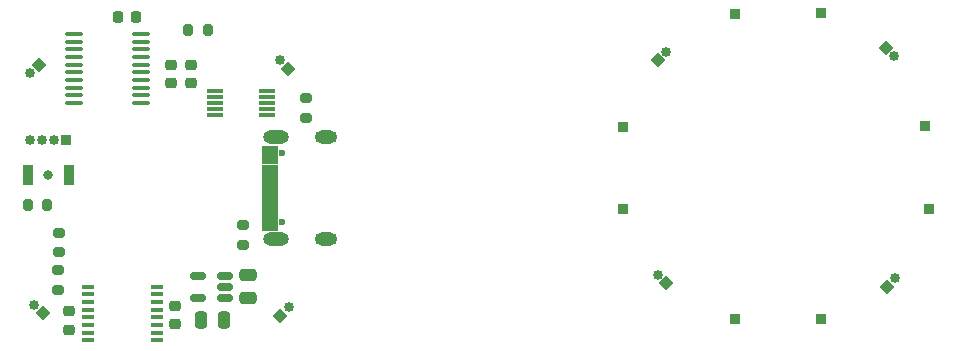
<source format=gbr>
%TF.GenerationSoftware,KiCad,Pcbnew,8.0.0*%
%TF.CreationDate,2024-05-16T16:07:08+03:00*%
%TF.ProjectId,pressure_sensor,70726573-7375-4726-955f-73656e736f72,rev?*%
%TF.SameCoordinates,Original*%
%TF.FileFunction,Soldermask,Top*%
%TF.FilePolarity,Negative*%
%FSLAX46Y46*%
G04 Gerber Fmt 4.6, Leading zero omitted, Abs format (unit mm)*
G04 Created by KiCad (PCBNEW 8.0.0) date 2024-05-16 16:07:08*
%MOMM*%
%LPD*%
G01*
G04 APERTURE LIST*
G04 Aperture macros list*
%AMRoundRect*
0 Rectangle with rounded corners*
0 $1 Rounding radius*
0 $2 $3 $4 $5 $6 $7 $8 $9 X,Y pos of 4 corners*
0 Add a 4 corners polygon primitive as box body*
4,1,4,$2,$3,$4,$5,$6,$7,$8,$9,$2,$3,0*
0 Add four circle primitives for the rounded corners*
1,1,$1+$1,$2,$3*
1,1,$1+$1,$4,$5*
1,1,$1+$1,$6,$7*
1,1,$1+$1,$8,$9*
0 Add four rect primitives between the rounded corners*
20,1,$1+$1,$2,$3,$4,$5,0*
20,1,$1+$1,$4,$5,$6,$7,0*
20,1,$1+$1,$6,$7,$8,$9,0*
20,1,$1+$1,$8,$9,$2,$3,0*%
%AMHorizOval*
0 Thick line with rounded ends*
0 $1 width*
0 $2 $3 position (X,Y) of the first rounded end (center of the circle)*
0 $4 $5 position (X,Y) of the second rounded end (center of the circle)*
0 Add line between two ends*
20,1,$1,$2,$3,$4,$5,0*
0 Add two circle primitives to create the rounded ends*
1,1,$1,$2,$3*
1,1,$1,$4,$5*%
%AMRotRect*
0 Rectangle, with rotation*
0 The origin of the aperture is its center*
0 $1 length*
0 $2 width*
0 $3 Rotation angle, in degrees counterclockwise*
0 Add horizontal line*
21,1,$1,$2,0,0,$3*%
G04 Aperture macros list end*
%ADD10C,0.010000*%
%ADD11R,0.850000X0.850000*%
%ADD12RotRect,0.850000X0.850000X45.000000*%
%ADD13HorizOval,0.850000X0.000000X0.000000X0.000000X0.000000X0*%
%ADD14R,1.000000X0.400000*%
%ADD15RoundRect,0.225000X0.250000X-0.225000X0.250000X0.225000X-0.250000X0.225000X-0.250000X-0.225000X0*%
%ADD16RotRect,0.850000X0.850000X225.000000*%
%ADD17HorizOval,0.850000X0.000000X0.000000X0.000000X0.000000X0*%
%ADD18RoundRect,0.100000X0.637500X0.100000X-0.637500X0.100000X-0.637500X-0.100000X0.637500X-0.100000X0*%
%ADD19RoundRect,0.250000X-0.250000X-0.475000X0.250000X-0.475000X0.250000X0.475000X-0.250000X0.475000X0*%
%ADD20RoundRect,0.150000X0.512500X0.150000X-0.512500X0.150000X-0.512500X-0.150000X0.512500X-0.150000X0*%
%ADD21RotRect,0.850000X0.850000X135.000000*%
%ADD22HorizOval,0.850000X0.000000X0.000000X0.000000X0.000000X0*%
%ADD23RoundRect,0.225000X-0.250000X0.225000X-0.250000X-0.225000X0.250000X-0.225000X0.250000X0.225000X0*%
%ADD24O,0.850000X0.850000*%
%ADD25RoundRect,0.250000X-0.475000X0.250000X-0.475000X-0.250000X0.475000X-0.250000X0.475000X0.250000X0*%
%ADD26RoundRect,0.200000X-0.275000X0.200000X-0.275000X-0.200000X0.275000X-0.200000X0.275000X0.200000X0*%
%ADD27RoundRect,0.200000X-0.200000X-0.275000X0.200000X-0.275000X0.200000X0.275000X-0.200000X0.275000X0*%
%ADD28RoundRect,0.200000X0.275000X-0.200000X0.275000X0.200000X-0.275000X0.200000X-0.275000X-0.200000X0*%
%ADD29R,1.400000X0.300000*%
%ADD30C,0.800000*%
%ADD31R,0.900000X1.700000*%
%ADD32RoundRect,0.225000X0.225000X0.250000X-0.225000X0.250000X-0.225000X-0.250000X0.225000X-0.250000X0*%
%ADD33RotRect,0.850000X0.850000X315.000000*%
%ADD34HorizOval,0.850000X0.000000X0.000000X0.000000X0.000000X0*%
%ADD35C,0.600000*%
%ADD36O,2.204000X1.104000*%
%ADD37O,1.904000X1.104000*%
G04 APERTURE END LIST*
D10*
%TO.C,J11*%
X179670001Y-80625000D02*
X179670001Y-81025000D01*
X178429999Y-81024999D01*
X178430002Y-80624999D01*
X179670001Y-80625000D01*
G36*
X179670001Y-80625000D02*
G01*
X179670001Y-81025000D01*
X178429999Y-81024999D01*
X178430002Y-80624999D01*
X179670001Y-80625000D01*
G37*
X179670001Y-78025000D02*
X178430000Y-78024999D01*
X178430000Y-77325000D01*
X179670001Y-77325000D01*
X179670001Y-78025000D01*
G36*
X179670001Y-78025000D02*
G01*
X178430000Y-78024999D01*
X178430000Y-77325000D01*
X179670001Y-77325000D01*
X179670001Y-78025000D01*
G37*
X179670001Y-79525000D02*
X178430000Y-79525001D01*
X178430002Y-79125000D01*
X179670001Y-79125000D01*
X179670001Y-79525000D01*
G36*
X179670001Y-79525000D02*
G01*
X178430000Y-79525001D01*
X178430002Y-79125000D01*
X179670001Y-79125000D01*
X179670001Y-79525000D01*
G37*
X179670001Y-80525000D02*
X178430000Y-80525001D01*
X178430000Y-80125001D01*
X179670000Y-80124999D01*
X179670001Y-80525000D01*
G36*
X179670001Y-80525000D02*
G01*
X178430000Y-80525001D01*
X178430000Y-80125001D01*
X179670000Y-80124999D01*
X179670001Y-80525000D01*
G37*
X179670001Y-81625001D02*
X179670000Y-82025001D01*
X178430000Y-82025000D01*
X178430001Y-81624999D01*
X179670001Y-81625001D01*
G36*
X179670001Y-81625001D02*
G01*
X179670000Y-82025001D01*
X178430000Y-82025000D01*
X178430001Y-81624999D01*
X179670001Y-81625001D01*
G37*
X179670001Y-77225000D02*
X178430001Y-77225000D01*
X178430001Y-76525000D01*
X179670001Y-76525000D01*
X179670001Y-77225000D01*
G36*
X179670001Y-77225000D02*
G01*
X178430001Y-77225000D01*
X178430001Y-76525000D01*
X179670001Y-76525000D01*
X179670001Y-77225000D01*
G37*
X179670001Y-78525001D02*
X178430001Y-78524999D01*
X178430000Y-78125000D01*
X179670001Y-78124999D01*
X179670001Y-78525001D01*
G36*
X179670001Y-78525001D02*
G01*
X178430001Y-78524999D01*
X178430000Y-78125000D01*
X179670001Y-78124999D01*
X179670001Y-78525001D01*
G37*
X179670001Y-80024999D02*
X178430001Y-80025000D01*
X178430000Y-79625001D01*
X179670002Y-79624999D01*
X179670001Y-80024999D01*
G36*
X179670001Y-80024999D02*
G01*
X178430001Y-80025000D01*
X178430000Y-79625001D01*
X179670002Y-79624999D01*
X179670001Y-80024999D01*
G37*
X179670001Y-81125001D02*
X179670001Y-81525000D01*
X178430001Y-81525000D01*
X178430001Y-81124999D01*
X179670001Y-81125001D01*
G36*
X179670001Y-81125001D02*
G01*
X179670001Y-81525000D01*
X178430001Y-81525000D01*
X178430001Y-81124999D01*
X179670001Y-81125001D01*
G37*
X179670001Y-83625000D02*
X178430001Y-83625000D01*
X178430001Y-82925000D01*
X179670001Y-82925000D01*
X179670001Y-83625000D01*
G36*
X179670001Y-83625000D02*
G01*
X178430001Y-83625000D01*
X178430001Y-82925000D01*
X179670001Y-82925000D01*
X179670001Y-83625000D01*
G37*
X179670000Y-79025001D02*
X178430002Y-79024999D01*
X178430001Y-78625000D01*
X179670001Y-78625000D01*
X179670000Y-79025001D01*
G36*
X179670000Y-79025001D02*
G01*
X178430002Y-79024999D01*
X178430001Y-78625000D01*
X179670001Y-78625000D01*
X179670000Y-79025001D01*
G37*
X179670000Y-82125000D02*
X179670001Y-82825001D01*
X178430002Y-82824999D01*
X178430002Y-82124999D01*
X179670000Y-82125000D01*
G36*
X179670000Y-82125000D02*
G01*
X179670001Y-82825001D01*
X178430002Y-82824999D01*
X178430002Y-82124999D01*
X179670000Y-82125000D01*
G37*
%TD*%
D11*
%TO.C,J12*%
X234892136Y-81892136D03*
%TD*%
D12*
%TO.C,J10*%
X231210029Y-68260029D03*
D13*
X231917136Y-68967136D03*
%TD*%
D14*
%TO.C,D1*%
X163700004Y-88450003D03*
X163700002Y-89100003D03*
X163700004Y-89750004D03*
X163700004Y-90400006D03*
X163699994Y-91049993D03*
X163700000Y-91700005D03*
X163700001Y-92350005D03*
X163700002Y-93000001D03*
X169500000Y-93000001D03*
X169500002Y-92350001D03*
X169500000Y-91700000D03*
X169500000Y-91049998D03*
X169500010Y-90400011D03*
X169500004Y-89749999D03*
X169500003Y-89099999D03*
X169500002Y-88450003D03*
%TD*%
D15*
%TO.C,C19*%
X172350000Y-71250000D03*
X172350000Y-69699998D03*
%TD*%
D16*
%TO.C,J2*%
X159825000Y-90725000D03*
D17*
X159117893Y-90017893D03*
%TD*%
D18*
%TO.C,U4*%
X168199999Y-72925000D03*
X168200000Y-72275000D03*
X168200000Y-71625000D03*
X168200000Y-70975000D03*
X168199999Y-70324999D03*
X168199999Y-69675001D03*
X168200000Y-69025000D03*
X168200000Y-68375001D03*
X168199999Y-67724999D03*
X168200004Y-67075001D03*
X162475001Y-67075000D03*
X162475000Y-67725000D03*
X162475000Y-68375000D03*
X162475000Y-69025000D03*
X162475001Y-69675001D03*
X162475001Y-70324999D03*
X162475000Y-70975000D03*
X162475000Y-71624999D03*
X162475001Y-72275001D03*
X162474996Y-72924999D03*
%TD*%
D19*
%TO.C,C17*%
X173250002Y-91300002D03*
X175150000Y-91300002D03*
%TD*%
D20*
%TO.C,U3*%
X175249998Y-89450003D03*
X175249998Y-88500003D03*
X175249998Y-87550003D03*
X172974998Y-87550003D03*
X172974998Y-89450003D03*
%TD*%
D16*
%TO.C,J4*%
X180600000Y-70000000D03*
D17*
X179892893Y-69292893D03*
%TD*%
D11*
%TO.C,J14*%
X208992136Y-81892136D03*
%TD*%
D21*
%TO.C,J7*%
X231317136Y-88467136D03*
D22*
X232024243Y-87760029D03*
%TD*%
D23*
%TO.C,C4*%
X171050001Y-90059875D03*
X171050001Y-91609877D03*
%TD*%
D11*
%TO.C,J3*%
X161800001Y-76075000D03*
D24*
X160800001Y-76075000D03*
X159800001Y-76075000D03*
X158800001Y-76075000D03*
%TD*%
D25*
%TO.C,C16*%
X177250000Y-87500002D03*
X177250000Y-89400000D03*
%TD*%
D11*
%TO.C,J1*%
X234567136Y-74867136D03*
%TD*%
%TO.C,J16*%
X218417136Y-91192136D03*
%TD*%
%TO.C,J18*%
X218417136Y-65392136D03*
%TD*%
D26*
%TO.C,R14*%
X161150000Y-87075000D03*
X161150000Y-88725000D03*
%TD*%
D27*
%TO.C,R9*%
X158550000Y-81575000D03*
X160200000Y-81575000D03*
%TD*%
D11*
%TO.C,J13*%
X208992136Y-74942136D03*
%TD*%
D21*
%TO.C,J8*%
X211917136Y-69267136D03*
D22*
X212624243Y-68560029D03*
%TD*%
D15*
%TO.C,C3*%
X162100000Y-92100000D03*
X162100000Y-90549998D03*
%TD*%
D11*
%TO.C,J17*%
X225692136Y-65292136D03*
%TD*%
D28*
%TO.C,R1*%
X182150000Y-74150000D03*
X182150000Y-72500000D03*
%TD*%
D29*
%TO.C,U5*%
X178850005Y-73899998D03*
X178850000Y-73400000D03*
X178850000Y-72900000D03*
X178850002Y-72400004D03*
X178850001Y-71899999D03*
X174449995Y-71900002D03*
X174450000Y-72400000D03*
X174450000Y-72900000D03*
X174449998Y-73399996D03*
X174449999Y-73900001D03*
%TD*%
D30*
%TO.C,SW2*%
X160325000Y-79000000D03*
D31*
X158625000Y-79000000D03*
X162025000Y-79000000D03*
%TD*%
D11*
%TO.C,J15*%
X225717136Y-91192136D03*
%TD*%
D28*
%TO.C,R15*%
X161175000Y-85550000D03*
X161175000Y-83900000D03*
%TD*%
D32*
%TO.C,C20*%
X167775002Y-65650000D03*
X166225000Y-65650000D03*
%TD*%
D16*
%TO.C,J9*%
X212617136Y-88167136D03*
D17*
X211910029Y-87460029D03*
%TD*%
D33*
%TO.C,J6*%
X159503554Y-69696445D03*
D34*
X158796447Y-70403552D03*
%TD*%
D15*
%TO.C,C18*%
X170700000Y-71250000D03*
X170700000Y-69699998D03*
%TD*%
D21*
%TO.C,J5*%
X179942893Y-90907107D03*
D22*
X180650000Y-90200000D03*
%TD*%
D35*
%TO.C,J11*%
X180120001Y-82965000D03*
X180120001Y-77185000D03*
D36*
X179630001Y-84400000D03*
X179630002Y-75749999D03*
D37*
X183800001Y-84400000D03*
X183800001Y-75750000D03*
%TD*%
D26*
%TO.C,R2*%
X176800000Y-83250000D03*
X176800000Y-84900000D03*
%TD*%
D27*
%TO.C,R10*%
X172150000Y-66750000D03*
X173800000Y-66750000D03*
%TD*%
M02*

</source>
